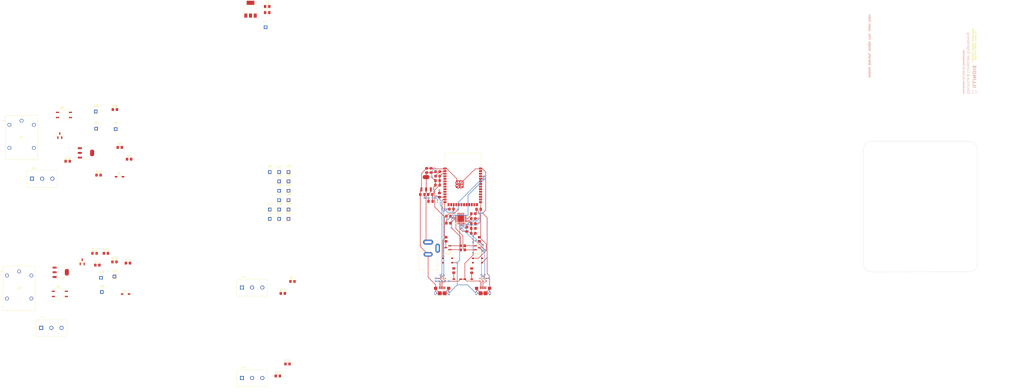
<source format=kicad_pcb>
(kicad_pcb (version 20221018) (generator pcbnew)
  (layers (0 "F.Cu" signal) (31 "B.Cu" signal) (34 "B.Paste" user) (35 "F.Paste" user) (36 "B.SilkS" user "B.Silkscreen") (37 "F.SilkS" user "F.Silkscreen") (38 "B.Mask" user) (39 "F.Mask" user) (44 "Edge.Cuts" user))
  (net 0 "")
  (net 1 "+12V")
  (net 2 "GND")
  (net 3 "+3.3V")
  (net 4 "Net-(C6-Pad1)")
  (net 5 "Net-(C7-Pad1)")
  (net 6 "Net-(U4-VBUS)")
  (net 7 "CHIP_PU")
  (net 8 "IO0")
  (net 9 "USB_DP")
  (net 10 "USB_DN")
  (net 11 "IO20")
  (net 12 "IO19")
  (net 13 "VBUS")
  (net 17 "Net-(U1-IO8)")
  (net 18 "Net-(U1-IO9)")
  (net 19 "Net-(U4-~{RST})")
  (net 20 "Net-(U4-~{SUSPEND})")
  (net 21 "Net-(U4-TXD)")
  (net 22 "U0RXD")
  (net 23 "Net-(U4-RXD)")
  (net 24 "U0TXD")
  (net 25 "DTR")
  (net 26 "Net-(U5-BASE)")
  (net 27 "RTS")
  (net 28 "Net-(U6-BASE)")
  (net 29 "Net-(U5-COLLECTOR)")
  (net 30 "Net-(U6-COLLECTOR)")
  (net 31 "ESP_3V3")
  (net 47 "+5V")
  (net 48 "Net-(D10-K)")
  (net 55 "Net-(D10-A)")
  (net 56 "Net-(D12-K)")
  (net 81 "Net-(D12-A)")
  (net 82 "Net-(J4-Pin_2)")
  (net 83 "Net-(J5-Pin_2)")
  (net 84 "Fan_B")
  (net 85 "COM_Main")
  (net 86 "Fan_A")
  (net 87 "Fan_B_DC")
  (net 88 "COM_Main_DC")
  (net 89 "Fan_A_DC")
  (net 90 "Net-(J9-Pin_1)")
  (net 91 "Net-(J10-Pin_1)")
  (net 92 "Relay_Signal_ACDC")
  (net 93 "Net-(J26-Pin_1)")
  (net 94 "Net-(J27-Pin_1)")
  (net 95 "Net-(J28-Pin_1)")
  (net 96 "Net-(J29-Pin_1)")
  (net 97 "Net-(U7-BASE)")
  (net 98 "Net-(U1-IO35)")
  (net 99 "Net-(U1-IO36)")
  (net 100 "Net-(U10-BASE)")
  (net 103 "Relay_Signal_DCDC")
  (footprint "ECE445:1935174" (layer "F.Cu") (at 16.1 124.85)
    (fp_text reference "J4")
    (fp_text value "Water Level Sensor")
  )
  (footprint "Resistor_SMD:R_0805_2012Metric_Pad1.20x1.40mm_HandSolder" (layer "F.Cu") (at 119.95 89 180)
    (fp_text reference "R7" hide)
    (fp_text value "0" hide)
  )
  (footprint "Connector_PinSocket_2.54mm:PinSocket_1x01_P2.54mm_Vertical" (layer "F.Cu") (at 36.85 86.9)
    (fp_text reference "J19")
    (fp_text value "Conn_01x01")
  )
  (footprint "ECE445:VOM617AT" (layer "F.Cu") (at -70.795 123.73)
    (fp_text reference "U9")
    (fp_text value "VOM617AT")
  )
  (footprint "ECE445:SOT-23_ONS" (layer "F.Cu") (at 119.6348 101.0475 90)
    (fp_text reference "U5" hide)
    (fp_text value "L8050QLT1G" hide)
  )
  (footprint "Capacitor_SMD:C_0805_2012Metric_Pad1.18x1.45mm_HandSolder" (layer "F.Cu") (at 129 92.0375 -90)
    (fp_text reference "C8" hide)
    (fp_text value "10uF" hide)
  )
  (footprint "Resistor_SMD:R_0805_2012Metric_Pad1.20x1.40mm_HandSolder" (layer "F.Cu") (at 132.2 89.15 180)
    (fp_text reference "R6" hide)
    (fp_text value "47500" hide)
  )
  (footprint "Connector_PinSocket_2.54mm:PinSocket_1x01_P2.54mm_Vertical" (layer "F.Cu") (at 41.45 86.9)
    (fp_text reference "J25")
    (fp_text value "Conn_01x01")
  )
  (footprint "ECE445:SOT-23_ONS" (layer "F.Cu") (at 134.1652 101.0475 -90)
    (fp_text reference "U6" hide)
    (fp_text value "L8050QLT1G" hide)
  )
  (footprint "ECE445:1935174" (layer "F.Cu") (at 16.1 169.25)
    (fp_text reference "J5")
    (fp_text value "Water Level Sensor")
  )
  (footprint "ECE445:1N4148W-13-F" (layer "F.Cu") (at -38.52 123.8)
    (fp_text reference "D11")
    (fp_text value "1N4148W-13-F")
  )
  (footprint "ECE445:LDL1117S50R" (layer "F.Cu") (at 22.8 -16.05)
    (fp_text reference "U3" hide)
    (fp_text value "LDL1117S50R" hide)
  )
  (footprint "Resistor_SMD:R_0805_2012Metric_Pad1.20x1.40mm_HandSolder" (layer "F.Cu") (at 114.665 63.71 180)
    (fp_text reference "R13" hide)
    (fp_text value "0" hide)
  )
  (footprint "ECE445:PTS815 SJG 250 SMTR LFS" (layer "F.Cu") (at 134.25 107.325)
    (fp_text reference "S1" hide)
    (fp_text value "PTS815_SJG_250_SMTR_LFS" hide)
  )
  (footprint "Capacitor_SMD:C_0805_2012Metric_Pad1.18x1.45mm_HandSolder" (layer "F.Cu") (at 111.04 74.91)
    (fp_text reference "C1" hide)
    (fp_text value "1uF" hide)
  )
  (footprint "Resistor_SMD:R_0805_2012Metric_Pad1.20x1.40mm_HandSolder" (layer "F.Cu") (at 115.55 75.2 90)
    (fp_text reference "R1" hide)
    (fp_text value "10000" hide)
  )
  (footprint "Resistor_SMD:R_0805_2012Metric_Pad1.20x1.40mm_HandSolder" (layer "F.Cu") (at -36.8 57.6)
    (fp_text reference "R1")
    (fp_text value "10000")
  )
  (footprint "Capacitor_SMD:C_0805_2012Metric_Pad1.18x1.45mm_HandSolder" (layer "F.Cu") (at 114.6275 68.11 180)
    (fp_text reference "C10" hide)
    (fp_text value "1uF" hide)
  )
  (footprint "Capacitor_SMD:C_0805_2012Metric_Pad1.18x1.45mm_HandSolder" (layer "F.Cu") (at 107.2025 74.91 180)
    (fp_text reference "C2" hide)
    (fp_text value "4.7uF" hide)
  )
  (footprint "ECE445:LESD5D5_0CT1G" (layer "F.Cu") (at 138.6 116.76 -90)
    (fp_text reference "D1" hide)
    (fp_text value "LESD5D5.0CT1G" hide)
  )
  (footprint "Connector_PinSocket_2.54mm:PinSocket_1x01_P2.54mm_Vertical" (layer "F.Cu") (at 41.45 68.5)
    (fp_text reference "J21")
    (fp_text value "Conn_01x01")
  )
  (footprint "ECE445:LDL1117S33R-SnapEDA" (layer "F.Cu") (at -57.985 54.5)
    (fp_text reference "U11" hide)
    (fp_text value "LDL1117S33R-SnapEDA")
  )
  (footprint "Resistor_SMD:R_0805_2012Metric_Pad1.20x1.40mm_HandSolder" (layer "F.Cu") (at 40.95 158.1)
    (fp_text reference "R18")
    (fp_text value "200")
  )
  (footprint "Resistor_SMD:R_0805_2012Metric_Pad1.20x1.40mm_HandSolder" (layer "F.Cu") (at 132.2 86.75 180)
    (fp_text reference "R3" hide)
    (fp_text value "1000" hide)
  )
  (footprint "ECE445:PTS815 SJG 250 SMTR LFS" (layer "F.Cu") (at 119.55 107.325)
    (fp_text reference "S2" hide)
    (fp_text value "PTS815_SJG_250_SMTR_LFS" hide)
  )
  (footprint "Connector_PinSocket_2.54mm:PinSocket_1x01_P2.54mm_Vertical" (layer "F.Cu") (at 41.45 63.9)
    (fp_text reference "J20")
    (fp_text value "Conn_01x01")
  )
  (footprint "ECE445:G5LE-1 DC3" (layer "F.Cu") (at -89.600001 55.200001)
    (fp_text reference "K1")
    (fp_text value "G5LE-14 DC3")
  )
  (footprint "ECE445:ESP32-S3-WROOM-1-N8-SnapEDA" (layer "F.Cu") (at 127 67.4)
    (fp_text reference "U1" hide)
    (fp_text value "ESP32-S3-WROOM-1-N8" hide)
  )
  (footprint "Resistor_SMD:R_0805_2012Metric_Pad1.20x1.40mm_HandSolder" (layer "F.Cu") (at 127 100.1)
    (fp_text reference "R10" hide)
    (fp_text value "10000" hide)
  )
  (footprint "Capacitor_SMD:C_0805_2012Metric_Pad1.18x1.45mm_HandSolder" (layer "F.Cu") (at 109.265 63.11 90)
    (fp_text reference "C4" hide)
    (fp_text value "10uF" hide)
  )
  (footprint "Diode_SMD:D_0805_2012Metric_Pad1.15x1.40mm_HandSolder" (layer "F.Cu") (at -66.975 58.6)
    (fp_text reference "D10")
    (fp_text value "LED")
  )
  (footprint "ECE445:PJ-202AH" (layer "F.Cu") (at 110 104.8 -90)
    (fp_text reference "J1" hide)
    (fp_text value "PJ-202AH" hide)
  )
  (footprint "Resistor_SMD:R_0805_2012Metric_Pad1.20x1.40mm_HandSolder" (layer "F.Cu") (at 118.8 96.895 90)
    (fp_text reference "R11" hide)
    (fp_text value "0" hide)
  )
  (footprint "Resistor_SMD:R_0805_2012Metric_Pad1.20x1.40mm_HandSolder" (layer "F.Cu") (at 121.465 82.11 180)
    (fp_text reference "R2" hide)
    (fp_text value "10000" hide)
  )
  (footprint "ECE445:LESD5D5_0CT1G" (layer "F.Cu") (at 118.5 116.76 -90)
    (fp_text reference "D3" hide)
    (fp_text value "LESD5D5.0CT1G" hide)
  )
  (footprint "Connector_PinSocket_2.54mm:PinSocket_1x01_P2.54mm_Vertical" (layer "F.Cu") (at 36.85 73.1)
    (fp_text reference "J16")
    (fp_text value "Conn_01x01")
  )
  (footprint "ECE445:10118193-0001LF" (layer "F.Cu") (at 137 123.4)
    (fp_text reference "J2" hide)
    (fp_text value "10118193-0001LF" hide)
  )
  (footprint "ECE445:LDL1117S33R-SnapEDA" (layer "F.Cu") (at 109 69.4 90)
    (fp_text reference "U2" hide)
    (fp_text value "LDL1117S33R-SnapEDA" hide)
  )
  (footprint "ECE445:LESD5D5_0CT1G" (layer "F.Cu") (at 116.9 116.74 -90)
    (fp_text reference "D4" hide)
    (fp_text value "LESD5D5.0CT1G" hide)
  )
  (footprint "Capacitor_SMD:C_0805_2012Metric_Pad1.18x1.45mm_HandSolder" (layer "F.Cu") (at 114.6275 70.31 180)
    (fp_text reference "C12" hide)
    (fp_text value "0.1uF" hide)
  )
  (footprint "Capacitor_SMD:C_0805_2012Metric_Pad1.18x1.45mm_HandSolder" (layer "F.Cu") (at 111.2 78.3 180)
    (fp_text reference "C3" hide)
    (fp_text value "100nF" hide)
  )
  (footprint "Resistor_SMD:R_0805_2012Metric_Pad1.20x1.40mm_HandSolder" (layer "F.Cu") (at 127 102.1 180)
    (fp_text reference "R9" hide)
    (fp_text value "10000" hide)
  )
  (footprint "Capacitor_SMD:C_0805_2012Metric_Pad1.18x1.45mm_HandSolder" (layer "F.Cu") (at 111.465 63.11 90)
    (fp_text reference "C5" hide)
    (fp_text value "0.1uF" hide)
  )
  (footprint "Resistor_SMD:R_0805_2012Metric_Pad1.20x1.40mm_HandSolder" (layer "F.Cu") (at -51.8 65.4)
    (fp_text reference "R19")
    (fp_text value "1000")
  )
  (footprint "ECE445:1N4148W-13-F" (layer "F.Cu") (at -41.52 66.2)
    (fp_text reference "D9")
    (fp_text value "1N4148W-13-F")
  )
  (footprint "Resistor_SMD:R_0805_2012Metric_Pad1.20x1.40mm_HandSolder" (layer "F.Cu") (at 132.2 94 180)
    (fp_text reference "R5" hide)
    (fp_text value "22100" hide)
  )
  (footprint "Connector_PinSocket_2.54mm:PinSocket_1x01_P2.54mm_Vertical" (layer "F.Cu") (at 36.85 63.9)
    (fp_text reference "J14")
    (fp_text value "Conn_01x01")
  )
  (footprint "Resistor_SMD:R_0805_2012Metric_Pad1.20x1.40mm_HandSolder" (layer "F.Cu") (at 43.4 117.6)
    (fp_text reference "R17")
    (fp_text value "200")
  )
  (footprint "Resistor_SMD:R_0805_2012Metric_Pad1.20x1.40mm_HandSolder" (layer "F.Cu") (at 36.2 164)
    (fp_text reference "R16")
    (fp_text value "100")
  )
  (footprint "Connector_PinSocket_2.54mm:PinSocket_1x01_P2.54mm_Vertical" (layer "F.Cu") (at 32.25 63.9)
    (fp_text reference "J8")
    (fp_text value "GND Test Probe")
  )
  (footprint "Capacitor_SMD:C_0805_2012Metric_Pad1.18x1.45mm_HandSolder" (layer "F.Cu") (at 31 -17.4)
    (fp_text reference "C3")
    (fp_text value "1uF")
  )
  (footprint "Capacitor_SMD:C_0805_2012Metric_Pad1.18x1.45mm_HandSolder" (layer "F.Cu") (at 31 -14.39)
    (fp_text reference "C13")
    (fp_text value "4.7uF")
  )
  (footprint "Connector_PinSocket_2.54mm:PinSocket_1x01_P2.54mm_Vertical" (layer "F.Cu") (at 41.45 73.1)
    (fp_text reference "J22")
    (fp_text value "Conn_01x01")
  )
  (footprint "MountingHole:MountingHole_3.2mm_M3" (layer "F.Cu") (at 375.9 109.1)
    (fp_text reference "H4" hide)
    (fp_text value "MountingHole" hide)
  )
  (footprint "Connector_PinSocket_2.54mm:PinSocket_1x01_P2.54mm_Vertical" (layer "F.Cu") (at -50.6 115.8)
    (fp_text reference "J29")
    (fp_text value "Conn_01x01")
  )
  (footprint "ECE445:VOM617AT" (layer "F.Cu") (at -68.795 35.87)
    (fp_text reference "U8")
    (fp_text value "VOM617AT")
  )
  (footprint "ECE445:CP2102N-A02-GQFN28" (layer "F.Cu") (at 126 86.75 90)
    (fp_text reference "U4" hide)
    (fp_text value "CP2102N-A02-GQFN28" hide)
  )
  (footprint "ECE445:10118193-0001LF" (layer "F.Cu") (at 116.9 123.4)
    (fp_text reference "J3" hide)
    (fp_text value "10118193-0001LF" hide)
  )
  (footprint "ECE445:MMBT2222LT1G" (layer "F.Cu") (at -59.8475 107.984)
    (fp_text reference "U10" hide)
    (fp_text value "MMBT2222LT1G")
  )
  (footprint "Connector_PinSocket_2.54mm:PinSocket_1x01_P2.54mm_Vertical" (layer "F.Cu") (at 36.85 77.7)
    (fp_text reference "J17")
    (fp_text value "Conn_01x01")
  )
  (footprint "ECE445:LESD5D5_0CT1G" (layer "F.Cu") (at 135.4 116.76 -90)
    (fp_text reference "D7" hide)
    (fp_text value "LESD5D5.0CT1G" hide)
  )
  (footprint "Connector_PinSocket_2.54mm:PinSocket_1x01_P2.54mm_Vertical" (layer "F.Cu") (at 30.2 -7.2)
    (fp_text reference "J11")
    (fp_text value "Conn_01x01")
  )
  (footprint "ECE445:MMBT2222LT1G" (layer "F.Cu") (at -70.8475 45.984)
    (fp_text reference "U7" hide)
    (fp_text value "MMBT2222LT1G")
  )
  (footprint "Diode_SMD:D_0805_2012Metric_Pad1.15x1.40mm_HandSolder" (layer "F.Cu") (at -53.775 103.8)
    (fp_text reference "D12")
    (fp_text value "LED")
  )
  (footprint "Connector_PinSocket_2.54mm:PinSocket_1x01_P2.54mm_Vertical" (layer "F.Cu") (at -53.2 34.2)
    (fp_text reference "J28")
    (fp_text value "Conn_01x01")
  )
  (footprint "ECE445:LESD5D5_0CT1G" (layer "F.Cu") (at 137 116.76 -90)
    (fp_text reference "D2" hide)
    (fp_text value "LESD5D5.0CT1G" hide)
  )
  (footprint "Resistor_SMD:R_0805_2012Metric_Pad1.20x1.40mm_HandSolder" (layer "F.Cu") (at -44 108)
    (fp_text reference "R22")
    (fp_text value "1000")
  )
  (footprint "Resistor_SMD:R_0805_2012Metric_Pad1.20x1.40mm_HandSolder" (layer "F.Cu") (at 135.1652 96.876 90)
    (fp_text reference "R12" hide)
    (fp_text value "0" hide)
  )
  (footprint "Connector_PinSocket_2.54mm:PinSocket_1x01_P2.54mm_Vertical" (layer "F.Cu") (at 41.45 82.3)
    (fp_text reference "J24")
    (fp_text value "Conn_01x01")
  )
  (footprint "ECE445:1N5819HW-7-F" (layer "F.Cu") (at 129.72 116.5 180)
    (fp_text reference "D6" hide)
    (fp_text value "1N5819HW-7-F" hide)
  )
  (footprint "ECE445:LDL1117S33R-SnapEDA" (layer "F.Cu") (at -70.385 113.1)
    (fp_text reference "U12" hide)
    (fp_text value "LDL1117S33R-SnapEDA")
  )
  (footprint "Resistor_SMD:R_0805_2012Metric_Pad1.20x1.40mm_HandSolder" (layer "F.Cu") (at 38.65 123.5)
    (fp_text reference "R15")
    (fp_text value "100")
  )
  (footprint "Connector_PinSocket_2.54mm:PinSocket_1x01_P2.54mm_Vertical" (layer "F.Cu") (at -53 42.6)
    (fp_text reference "J27")
    (fp_text value "Conn_01x01")
  )
  (footprint "Resistor_SMD:R_0805_2012Metric_Pad1.20x1.40mm_HandSolder" (layer "F.Cu") (at -37.4 108.6)
    (fp_text reference "R24")
    (fp_text value "1000")
  )
  (footprint "Capacitor_SMD:C_0805_2012Metric_Pad1.18x1.45mm_HandSolder" (layer "F.Cu") (at 132.2 91.55)
    (fp_text reference "C9" hide)
    (fp_text value "1uF" hide)
  )
  (footprint "Resistor_SMD:R_0805_2012Metric_Pad1.20x1.40mm_HandSolder" (layer "F.Cu") (at 119.95 85.6 180)
    (fp_text reference "R8" hide)
    (fp_text value "0" hide)
  )
  (footprint "Resistor_SMD:R_0805_2012Metric_Pad1.20x1.40mm_HandSolder" (layer "F.Cu") (at -48.2 103.8)
    (fp_text reference "R23")
    (fp_text value "10000")
  )
  (footprint "ECE445:1935174" (layer "F.Cu") (at -87 71.4)
    (fp_text reference "J6")
    (fp_text value "1935174")
  )
  (footprint "ECE445:LESD5D5_0CT1G" (layer "F.Cu") (at 115.3 116.74 -90)
    (fp_text reference "D8" hide)
    (fp_text value "LESD5D5.0CT1G" hide)
  )
  (footprint "Connector_PinSocket_2.54mm:PinSocket_1x01_P2.54mm_Vertical" (layer "F.Cu") (at 32.25 86.9)
    (fp_text reference "J13")
    (fp_text value "Conn_01x01")
  )
  (footprint "ECE445:1935174" (layer "F.Cu") (at -82.5 144.65)
    (fp_text reference "J7")
    (fp_text value "1935174")
  )
  (footprint "Connector_PinSocket_2.54mm:PinSocket_1x01_P2.54mm_Vertical" (layer "F.Cu") (at -43.4 42.8)
    (fp_text reference "J9")
    (fp_text value "Conn_01x01")
  )
  (footprint "Capacitor_SMD:C_0805_2012Metric_Pad1.18x1.45mm_HandSolder" (layer "F.Cu") (at 122.6 112.2625 90)
    (fp_text reference "C7" hide)
    (fp_text value "10uF" hide)
  )
  (footprint "ECE445:1N5819HW-7-F" (layer "F.Cu") (at 124.28 116.5)
    (fp_text reference "D5" hide)
    (fp_text value "1N5819HW-7-F" hide)
  )
  (footprint "ECE445:G5LE-1 DC3" (layer "F.Cu") (at -90.8 129.2)
    (fp_text reference "K2")
    (fp_text value "G5LE-14 DC3")
  )
  (footprint "Resistor_SMD:R_0805_2012Metric_Pad1.20x1.40mm_HandSolder" (layer "F.Cu") (at -41.4 51.8)
    (fp_text reference "R2")
    (fp_text value "1000")
  )
  (footprint "Capacitor_SMD:C_0805_2012Metric_Pad1.18x1.45mm_HandSolder" (layer "F.Cu") (at 134.7775 82.16 180)
    (fp_text reference "C11" hide)
    (fp_text value "0.1uF" hide)
  )
  (footprint "Resistor_SMD:R_0805_2012Metric_Pad1.20x1.40mm_HandSolder" (layer "F.Cu") (at -52.4 109.6)
    (fp_text reference "R21")
    (fp_text value "0")
  )
  (footprint "Connector_PinSocket_2.54mm:PinSocket_1x01_P2.54mm_Vertical" (layer "F.Cu") (at 36.85 82.3)
    (fp_text reference "J18")
    (fp_text value "Conn_01x01")
  )
  (footprint "MountingHole:MountingHole_3.2mm_M3" (layer "F.Cu") (at 327.5 109.1)
    (fp_text reference "H2" hide)
    (fp_text value "MountingHole" hide)
  )
  (footprint "MountingHole:MountingHole_3.2mm_M3" (layer "F.Cu") (at 327.6 52.5)
    (fp_text reference "H1" hide)
    (fp_text value "MountingHole" hide)
  )
  (footprint "Connector_PinSocket_2.54mm:PinSocket_1x01_P2.54mm_Vertical" (layer "F.Cu") (at -50.2 122.8)
    (fp_text reference "J26")
    (fp_text value "Conn_01x01")
  )
  (footprint "Connector_PinSocket_2.54mm:PinSocket_1x01_P2.54mm_Vertical" (layer "F.Cu") (at 36.85 68.5)
    (fp_text reference "J15")
    (fp_text value "Conn_01x01")
  )
  (footprint "Connector_PinSocket_2.54mm:PinSocket_1x01_P2.54mm_Vertical" (layer "F.Cu") (at -44 115.2)
    (fp_text reference "J10")
    (fp_text value "Conn_01x01")
  )
  (footprint "Resistor_SMD:R_0805_2012Metric_Pad1.20x1.40mm_HandSolder" (layer "F.Cu") (at -43.8 33.2)
    (fp_text reference "R20")
    (fp_text value "0")
  )
  (footprint "Connector_PinSocket_2.54mm:PinSocket_1x01_P2.54mm_Vertical" (layer "F.Cu") (at 41.45 77.7)
    (fp_text reference "J23")
    (fp_text value "Conn_01x01")
  )
  (footprint "Connector_PinSocket_2.54mm:PinSocket_1x01_P2.54mm_Vertical" (layer "F.Cu") (at 32.25 82.3)
    (fp_text reference "J12")
    (fp_text value "Conn_01x01")
  )
  (footprint "MountingHole:MountingHole_3.2mm_M3" (layer "F.Cu") (at 375.681128 52.6)
    (fp_text reference "H3" hide)
    (fp_text value "MountingHole" hide)
  )
  (footprint "Resistor_SMD:R_0805_2012Metric_Pad1.20x1.40mm_HandSolder" (layer "F.Cu") (at 132.2 84.35 180)
    (fp_text reference "R4" hide)
    (fp_text value "10000" hide)
  )
  (footprint "Resistor_SMD:R_0805_2012Metric_Pad1.20x1.40mm_HandSolder" (layer "F.Cu") (at 114.665 65.91)
    (fp_text reference "R14" hide)
    (fp_text value "10000" hide)
  )
  (footprint "Capacitor_SMD:C_0805_2012Metric_Pad1.18x1.45mm_HandSolder" (layer "F.Cu") (at 131.4 112.3 90)
    (fp_text reference "C6" hide)
    (fp_text value "10uF" hide)
  )
  (footprint "ECE445:SHT45-AD1B-R3" (layer "B.Cu") (at 115.3 78.3 180)
    (fp_text reference "U3" hide)
    (fp_text value "SHT45-AD1B-R3" hide)
  )
  (footprint "ECE445:IllinoisECENegative31mm" (layer "B.Cu") (at 376 10.4 90)
    (fp_text reference "" hide)
    (fp_text value "LOGO" hide)
  )
  (gr_arc (start 327.731128 112.971128) (mid 324.880672 111.790448) (end 323.7 108.94) (stroke (width 0.1)) (layer "Edge.Cuts"))
  (gr_arc (start 323.7 52.771128) (mid 324.880682 49.920682) (end 327.731128 48.74) (stroke (width 0.1)) (layer "Edge.Cuts"))
  (gr_arc (start 375.531128 48.771128) (mid 378.381563 49.951825) (end 379.562256 52.802256) (stroke (width 0.1)) (layer "Edge.Cuts"))
  (gr_line (start 323.7 52.771128) (end 323.7 108.94) (stroke (width 0.1)) (layer "Edge.Cuts"))
  (gr_arc (start 379.662256 108.877744) (mid 378.481552 111.728163) (end 375.631128 112.908872) (stroke (width 0.1)) (layer "Edge.Cuts"))
  (gr_line (start 375.531128 48.771128) (end 327.731128 48.74) (stroke (width 0.1)) (layer "Edge.Cuts"))
  (gr_line (start 379.662256 108.877744) (end 379.562256 52.802256) (stroke (width 0.1)) (layer "Edge.Cuts"))
  (gr_line (start 327.731128 112.971128) (end 375.631128 112.908872) (stroke (width 0.1)) (layer "Edge.Cuts"))
  (gr_text "Andrew Sherwin, Woojin Kim, Jalen Chen" (at 326.2 17.6 270) (layer "B.SilkS") (effects (font (size 1 1) (thickness 0.25) bold) (justify left bottom mirror)))
  (gr_text "Humidity Sensor Subsystem\n  ECE445-SP24 Team 11" (at 379.2 10.2 90) (layer "F.SilkS") (effects (font (size 0.8 0.8) (thickness 0.2) bold) (justify left bottom)))
  (gr_text "BOOT" (at 132.4 104.6) (layer "F.SilkS") (effects (font (size 1 1)) (justify left bottom)))
  (gr_text "RESET" (at 117.4 104.6) (layer "F.SilkS") (effects (font (size 1 1)) (justify left bottom)))
  (segment (start 111.365 73.5475) (end 110.0025 74.91) (width 0.25) (layer "F.Cu") (net 1))
  (segment (start 111.365 72.54) (end 111.365 73.5475) (width 0.25) (layer "F.Cu") (net 1))
  (segment (start 110.0025 74.91) (end 108.975 75.9375) (width 0.25) (layer "F.Cu") (net 1))
  (segment (start 108.975 75.9375) (end 108.975 97.275) (width 0.25) (layer "F.Cu") (net 1))
  (segment (start 108.975 97.275) (end 110 98.3) (width 0.25) (layer "F.Cu") (net 1))
  (segment (start 138.275 82.625) (end 136.8 84.1) (width 0.25) (layer "F.Cu") (net 2))
  (segment (start 138.975 105.925) (end 138.975 86.275) (width 0.25) (layer "F.Cu") (net 2))
  (segment (start 112.2 76.6) (end 112.2 75.0325) (width 0.25) (layer "F.Cu") (net 2))
  (segment (start 120.1 121.4) (end 118.1 123.4) (width 0.25) (layer "F.Cu") (net 2))
  (segment (start 125.415 70.06) (end 126.815 71.46) (width 0.25) (layer "F.Cu") (net 2))
  (segment (start 125.897537 71.885) (end 126.332463 71.885) (width 0.25) (layer "F.Cu") (net 2))
  (segment (start 113.59 70.31) (end 112.8 71.1) (width 0.25) (layer "F.Cu") (net 2))
  (segment (start 125.5 91.525305) (end 125.5 90.6) (width 0.25) (layer "F.Cu") (net 2))
  (segment (start 109.265 62.0725) (end 111.465 62.0725) (width 0.25) (layer "F.Cu") (net 2))
  (segment (start 106.765 64.5725) (end 106.765 72.54) (width 0.25) (layer "F.Cu") (net 2))
  (segment (start 113.7 119.25) (end 113.7 120.95) (width 0.25) (layer "F.Cu") (net 2))
  (segment (start 123.49 69.477463) (end 123.972537 69.96) (width 0.25) (layer "F.Cu") (net 2))
  (segment (start 118.1 123.4) (end 120.2 123.4) (width 0.25) (layer "F.Cu") (net 2))
  (segment (start 113.7 120.95) (end 113.7 123.3) (width 0.25) (layer "F.Cu") (net 2))
  (segment (start 134.8 83.22) (end 133.74 82.16) (width 0.25) (layer "F.Cu") (net 2))
  (segment (start 125.415 71.46) (end 125.415 70.06) (width 0.25) (layer "F.Cu") (net 2))
  (segment (start 118.165 62.34) (end 113.44 62.34) (width 0.25) (layer "F.Cu") (net 2))
  (segment (start 126.297463 68) (end 126.815 68.517537) (width 0.25) (layer "F.Cu") (net 2))
  (segment (start 124.015 67.09) (end 124.015 68.56) (width 0.25) (layer "F.Cu") (net 2))
  (segment (start 127.34 70.442537) (end 126.857463 69.96) (width 0.25) (layer "F.Cu") (net 2))
  (segment (start 112.8 71.1) (end 112.8 74.1875) (width 0.25) (layer "F.Cu") (net 2))
  (segment (start 124.015 70.06) (end 125.415 70.06) (width 0.25) (layer "F.Cu") (net 2))
  (segment (start 133.7 123.4) (end 135.8 123.4) (width 0.25) (layer "F.Cu") (net 2))
  (segment (start 129 93.075) (end 127.049695 93.075) (width 0.25) (layer "F.Cu") (net 2))
  (segment (start 124.015 68.56) (end 124.015 68.517537) (width 0.25) (layer "F.Cu") (net 2))
  (segment (start 125.415 71.36) (end 125.415 71.402463) (width 0.25) (layer "F.Cu") (net 2))
  (segment (start 119.165 62.24) (end 124.015 67.09) (width 0.25) (layer "F.Cu") (net 2))
  (segment (start 140.2 121.4) (end 138.2 123.4) (width 0.25) (layer "F.Cu") (net 2))
  (segment (start 140 114.8) (end 140 116.1) (width 0.25) (layer "F.Cu") (net 2))
  (segment (start 124.015 68.56) (end 123.972537 68.56) (width 0.25) (layer "F.Cu") (net 2))
  (segment (start 138.975 86.275) (end 136.8 84.1) (width 0.25) (layer "F.Cu") (net 2))
  (segment (start 113.7 116.1) (end 115.28 116.1) (width 0.25) (layer "F.Cu") (net 2))
  (segment (start 126.332463 71.885) (end 126.815 71.402463) (width 0.25) (layer "F.Cu") (net 2))
  (segment (start 133.8 120.95) (end 133.8 121.4) (width 0.25) (layer "F.Cu") (net 2))
  (segment (start 125.5 87.25) (end 126 86.75) (width 0.25) (layer "F.Cu") (net 2))
  (segment (start 125.415 68.517537) (end 125.932537 68) (width 0.25) (layer "F.Cu") (net 2))
  (segment (start 113.59 70.31) (end 113.59 68.11) (width 0.25) (layer "F.Cu") (net 2))
  (segment (start 123.49 70.442537) (end 123.49 70.877463) (width 0.25) (layer "F.Cu") (net 2))
  (segment (start 134.65 89.15) (end 134.8 89) (width 0.25) (layer "F.Cu") (net 2))
  (segment (start 125.415 68.66) (end 125.415 70.06) (width 0.25) (layer "F.Cu") (net 2))
  (segment (start 124.015 71.36) (end 124.015 71.402463) (width 0.25) (layer "F.Cu") (net 2))
  (segment (start 127.049695 93.075) (end 125.5 91.525305) (width 0.25) (layer "F.Cu") (net 2))
  (segment (start 126.815 70.06) (end 125.415 70.06) (width 0.25) (layer "F.Cu") (net 2))
  (segment (start 124.015 69.96) (end 123.972537 69.96) (width 0.25) (layer "F.Cu") (net 2))
  (segment (start 110 115.55) (end 113.7 119.25) (width 0.25) (layer "F.Cu") (net 2))
  (segment (start 133.74 83.81) (end 133.2 84.35) (width 0.25) (layer "F.Cu") (net 2))
  (segment (start 124.497537 71.885) (end 124.932463 71.885) (width 0.25) (layer "F.Cu") (net 2))
  (segment (start 125.415 71.402463) (end 125.897537 71.885) (width 0.25) (layer "F.Cu") (net 2))
  (segment (start 111.4925 62.1) (end 111.465 62.0725) (width 0.25) (layer "F.Cu") (net 2))
  (segment (start 125.415 70.06) (end 124.015 68.66) (width 0.25) (layer "F.Cu") (net 2))
  (segment (start 126.815 69.96) (end 126.857463 69.96) (width 0.25) (layer "F.Cu") (net 2))
  (segment (start 124.015 71.402463) (end 124.497537 71.885) (width 0.25) (layer "F.Cu") (net 2))
  (segment (start 123.972537 69.96) (end 123.49 70.442537) (width 0.25) (layer "F.Cu") (net 2))
  (segment (start 115.7 123.4) (end 118.1 123.4) (width 0.25) (layer "F.Cu") (net 2))
  (segment (start 135.665 62.34) (end 136.665 62.34) (width 0.25) (layer "F.Cu") (net 2))
  (segment (start 124.3 108.4) (end 121.8 108.4) (width 0.25) (layer "F.Cu") (net 2))
  (segment (start 133.8 121.4) (end 135.8 123.4) (width 0.25) (layer "F.Cu") (net 2))
  (segment (start 106.165 100.465) (end 110 104.3) (width 0.25) (layer "F.Cu") (net 2))
  (segment (start 112.2375 76.6375) (end 112.2 76.6) (width 0.25) (layer "F.Cu") (net 2))
  (segment (start 118.165 62.24) (end 119.165 62.24) (width 0.25) (layer "F.Cu") (net 2))
  (segment (start 106.165 74.91) (end 106.165 100.465) (width 0.25) (layer "F.Cu") (net 2))
  (segment (start 136.665 62.34) (end 138.275 63.95) (width 0.25) (layer "F.Cu") (net 2))
  (segment (start 125.5 89.11) (end 125.5 87.25) (width 0.25) (layer "F.Cu") (net 2))
  (segment (start 140.2 116.3) (end 140.2 120.95) (width 0.25) (layer "F.Cu") (net 2))
  (segment (start 127.34 69.477463) (end 127.34 69.042537) (width 0.25) (layer "F.Cu") (net 2))
  (segment (start 123.972537 68.56) (end 123.49 69.042537) (width 0.25) (layer "F.Cu") (net 2))
  (segment (start 113.6 123.4) (end 115.7 123.4) (width 0.25) (layer "F.Cu") (net 2))
  (segment (start 112.8 74.1875) (end 112.0775 74.91) (width 0.25) (layer "F.Cu") (net 2))
  (segment (start 135.8 123.4) (end 138.2 123.4) (width 0.25) (layer "F.Cu") (net 2))
  (segment (start 133.135 62.34) (end 126.815 68.66) (width 0.25) (layer "F.Cu") (net 2))
  (segment (start 138.2 123.4) (end 140.3 123.4) (width 0.25) (layer "F.Cu") (net 2))
  (segment (start 135.665 62.34) (end 133.135 62.34) (width 0.25) (layer "F.Cu") (net 2))
  (segment (start 124.932463 71.885) (end 125.415 71.402463) (width 0.25) (layer "F.Cu") (net 2))
  (segment (start 138.6 116.1) (end 140 116.1) (width 0.25) (layer "F.Cu") (net 2))
  (segment (start 127.34 69.042537) (end 126.857463 68.56) (width 0.25) (layer "F.Cu") (net 2))
  (segment (start 109.265 62.0725) (end 106.765 64.5725) (width 0.25) (layer "F.Cu") (net 2))
  (segment (start 127.34 70.877463) (end 127.34 70.442537) (width 0.25) (layer "F.Cu") (net 2))
  (segment (start 112.2 75.0325) (end 112.0775 74.91) (width 0.25) (layer "F.Cu") (net 2))
  (segment (start 120.1 120.95) (end 120.1 123.3) (width 0.25) (layer "F.Cu") (net 2))
  (segment (start 133.2 89.15) (end 134.65 89.15) (width 0.25) (layer "F.Cu") (net 2))
  (segment (start 123.49 69.042537) (end 123.49 69.477463) (width 0.25) (layer "F.Cu") (net 2))
  (segment (start 126.857463 71.36) (end 127.34 70.877463) (width 0.25) (layer "F.Cu") (net 2))
  (segment (start 123.49 70.877463) (end 123.972537 71.36) (width 0.25) (layer "F.Cu") (net 2))
  (segment (start 138.975 113.775) (end 140 114.8) (width 0.25) (layer "F.Cu") (net 2))
  (segment (start 120.1 120.95) (end 120.1 121.4) (width 0.25) (layer "F.Cu") (net 2))
  (segment (start 126.815 71.402463) (end 126.815 71.36) (width 0.25) (layer "F.Cu") (net 2))
  (segment (start 113.59 68.11) (end 113.51 68.11) (width 0.25) (layer "F.Cu") (net 2))
  (segment (start 124.015 71.46) (end 125.415 70.06) (width 0.25) (layer "F.Cu") (net 2))
  (segment (start 133.8 120.95) (end 133.8 123.3) (width 0.25) (layer "F.Cu") (net 2))
  (segment (start 134.8 84) (end 134.8 83.22) (width 0.25) (layer "F.Cu") (net 2))
  (segment (start 110 104.3) (end 110 115.55) (width 0.25) (layer "F.Cu") (net 2))
  (segment (start 124.932463 68.035) (end 125.415 68.517537) (width 0.25) (layer "F.Cu") (net 2))
  (segment (start 136.5 108.4) (end 138.975 105.925) (width 0.25) (layer "F.Cu") (net 2))
  (segment (start 126.857463 69.96) (end 127.34 69.477463) (width 0.25) (layer "F.Cu") (net 2))
  (segment (start 106.165 74.91) (end 106.165 73.14) (width 0.25) (layer "F.Cu") (net 2))
  (segment (start 125.415 68.56) (end 125.415 68.517537) (width 0.25) (layer "F.Cu") (net 2))
  (segment (start 125.5 90.6) (end 125.5 89.11) (width 0.25) (layer "F.Cu") (net 2))
  (segment (start 126.815 68.517537) (end 126.815 68.56) (width 0.25) (layer "F.Cu") (net 2))
  (segment (start 126.857463 68.56) (end 126.815 68.56) (width 0.25) (layer "F.Cu") (net 2))
  (segment (start 125.932537 68) (end 126.297463 68) (width 0.25) (layer "F.Cu") (net 2))
  (segment (start 138.275 63.95) (end 138.275 82.625) (width 0.25) (layer "F.Cu") (net 2))
  (segment (start 113.7 121.4) (end 115.7 123.4) (width 0.25) (layer "F.Cu") (net 2))
  (segment (start 140.2 120.95) (end 140.2 121.4) (width 0.25) (layer "F.Cu") (net 2))
  (segment (start 124.497537 68.035) (end 124.932463 68.035) (width 0.25) (layer "F.Cu") (net 2))
  (segment (start 140 116.1) (end 140.2 116.3) (width 0.25) (layer "F.Cu") (net 2))
  (segment (start 124.015 68.517537) (end 124.497537 68.035) (width 0.25) (layer "F.Cu") (net 2))
  (segment (start 113.7 120.95) (end 113.7 121.4) (width 0.25) (layer "F.Cu") (net 2))
  (segment (start 126.815 68.66) (end 125.415 70.06) (width 0.25) (layer "F.Cu") (net 2))
  (segment (start 140.2 120.95) (end 140.2 123.3) (width 0.25) (layer "F.Cu") (net 2))
  (segment (start 123.972537 71.36) (end 124.015 71.36) (width 0.25) (layer "F.Cu") (net 2))
  (segment (start 113.44 62.34) (end 113.2 62.1) (width 0.25) (layer "F.Cu") (net 2))
  (segment (start 112.2375 78.3) (end 112.2375 76.6375) (width 0.25) (layer "F.Cu") (net 2))
  (segment (start 126.815 71.36) (end 126.857463 71.36) (width 0.25) (layer "F.Cu") (net 2))
  (segment (start 133.74 82.16) (end 133.74 83.81) (width 0.25) (layer "F.Cu") (net 2))
  (segment (start 106.165 73.14) (end 106.765 72.54) (width 0.25) (layer "F.Cu") (net 2))
  (segment (start 138.975 105.925) (end 138.975 113.775) (width 0.25) (layer "F.Cu") (net 2))
  (segment (start 113.51 68.11) (end 111.8 66.4) (width 0.25) (layer "F.Cu") (net 2))
  (segment (start 113.2 62.1) (end 111.4925 62.1) (width 0.25) (layer "F.Cu") (net 2))
  (via (at 134.8 89) (size 0.8) (drill 0.4) (layers "F.Cu" "B.Cu") (net 2))
  (via (at 140 116.1) (size 0.8) (drill 0.4) (layers "F.Cu" "B.Cu") (net 2))
  (via (at 113.7 116.1) (size 0.8) (drill 0.4) (layers "F.Cu" "B.Cu") (net 2))
  (via (at 112.2 76.6) (size 0.8) (drill 0.4) (layers "F.Cu" "B.Cu") (net 2))
  (via (at 113.2 62.1) (size 0.8) (drill 0.4) (layers "F.Cu" "B.Cu") (net 2))
  (via (at 124.3 108.4) (size 0.8) (drill 0.4) (layers "F.Cu" "B.Cu") (net 2))
  (via (at 116.9 115.1) (size 0.8) (drill 0.4) (layers "F.Cu" "B.Cu") (net 2))
  (via (at 111.8 66.4) (size 0.8) (drill 0.4) (layers "F.Cu" "B.Cu") (net 2))
  (via (at 137 115.1) (size 0.8) (drill 0.4) (layers "F.Cu" "B.Cu") (net 2))
  (via (at 134.8 84) (size 0.8) (drill 0.4) (layers "F.Cu" "B.Cu") (net 2))
  (via (at 136.8 84.1) (size 0.8) (drill 0.4) (layers "F.Cu" "B.Cu") (net 2))
  (via (at 125.5 90.6) (size 0.8) (drill 0.4) (layers "F.Cu" "B.Cu") (net 2))
  (segment (start 116.9 115.1) (end 115.9 116.1) (width 0.25) (layer "B.Cu") (net 2))
  (segment (start 115.9 116.1) (end 113.7 116.1) (width 0.25) (layer "B.Cu") (net 2))
  (segment (start 111.8 63.5) (end 113.2 62.1) (width 0.25) (layer "B.Cu") (net 2))
  (segment (start 126.225 89.875) (end 125.5 90.6) (width 0.25) (layer "B.Cu") (net 2))
  (segment (start 138 116.1) (end 137 115.1) (width 0.25) (layer "B.Cu") (net 2))
  (segment (start 134.8 89) (end 133.875 89.925) (width 0.25) (layer "B.Cu") (net 2))
  (segment (start 114.6 77.9) (end 114.6 77.4) (width 0.25) (layer "B.Cu") (net 2))
  (segment (start 133.875 89.925) (end 127.650305 89.925) (width 0.25) (layer "B.Cu") (net 2))
  (segment (start 114.6 77.4) (end 114 76.8) (width 0.25) (layer "B.Cu") (net 2))
  (segment (start 113.8 76.6) (end 112.2 76.6) (width 0.25) (layer "B.Cu") (net 2))
  (segment (start 136.8 84.1) (end 134.9 84.1) (width 0.25) (layer "B.Cu") (net 2))
  (segment (start 134.8 89) (end 135.425 88.375) (width 0.25) (layer "B.Cu") (net 2))
  (segment (start 124.3 119.3) (end 124.3 108.4) (width 0.25) (layer "B.Cu") (net 2))
  (segment (start 135.425 84.625) (end 134.8 84) (width 0.25) (layer "B.Cu") (net 2))
  (segment (start 134.9 84.1) (end 134.8 84) (width 0.25) (layer "B.Cu") (net 2))
  (segment (start 125.5 90.6) (end 125.5 107.2) (width 0.25) (layer "B.Cu") (net 2))
  (segment (start 140 116.1) (end 138 116.1) (width 0.25) (layer "B.Cu") (net 2))
  (segment (start 135.425 88.375) (end 135.425 84.625) (width 0.25) (layer "B.Cu") (net 2))
  (segment (start 133.7 123.4) (end 133.5 123.4) (width 0.25) (layer "B.Cu") (net 2))
  (segment (start 125.5 107.2) (end 124.3 108.4) (width 0.25) (layer "B.Cu") (net 2))
  (segment (start 129.4 119.3) (end 124.3 119.3) (width 0.25) (layer "B.Cu") (net 2))
  (segment (start 114 76.8) (end 113.8 76.6) (width 0.25) (layer "B.Cu") (net 2))
  (segment (start 124.3 119.3) (end 120.2 123.4) (width 0.25) (layer "B.Cu") (net 2))
  (segment (start 127.650305 89.925) (end 127.600305 89.875) (width 0.25) (layer "B.Cu") (net 2))
  (segment (start 127.600305 89.875) (end 126.225 89.875) (width 0.25) (layer "B.Cu") (net 2))
  (segment (start 111.8 66.4) (end 111.8 63.5) (width 0.25) (layer "B.Cu") (net 2))
  (segment (start 133.5 123.4) (end 129.4 119.3) (width 0.25) (layer "B.Cu") (net 2))
  (segment (start 108.25 74.92) (end 108.24 74.91) (width 0.25) (layer "F.Cu") (net 3))
  (segment (start 108.25 76.65) (end 108.25 74.92) (width 0.25) (layer "F.Cu") (net 3))
  (segment (start 109.065 64.3475) (end 109.265 64.1475) (width 0.25) (layer "F.Cu") (net 3))
  (segment (start 115.55 72.75) (end 115.55 74.2) (width 0.25) (layer "F.Cu") (net 3))
  (segment (start 120.465 82.11) (end 119.01 82.11) (width 0.25) (layer "F.Cu") (net 3))
  (segment (start 128.21 89.11) (end 129 89.9) (width 0.25) (layer "F.Cu") (net 3))
  (segment (start 109.065 66.51) (end 109.065 64.3475) (width 0.25) (layer "F.Cu") (net 3))
  (segment (start 109.065 72.54) (end 109.065 74.085) (width 0.25) (layer "F.Cu") (net 3))
  (segment (start 110.1625 78.3) (end 110.1625 76.6375) (width 0.25) (layer "F.Cu") (net 3))
  (segment (start 111.465 64.1475) (end 113.2275 64.1475) (width 0.25) (layer "F.Cu") (net 3))
  (segment (start 133.2 86.75) (end 134.65 86.75) (width 0.25) (layer "F.Cu") (net 3))
  (segment (start 129 91) (end 129 89.9) (width 0.25) (layer "F.Cu") (net 3))
  (segment (start 127 89.11) (end 127.5 89.11) (width 0.25) (layer "F.Cu") (net 3))
  (segment (start 109.065 74.085) (end 108.24 74.91) (width 0.25) (layer "F.Cu") (net 3))
  (segment (start 109.065 66.51) (end 109.065 72.54) (width 0.25) (layer "F.Cu") (net 3))
  (segment (start 127.5 89.11) (end 128.21 89.11) (width 0.25) (layer "F.Cu") (net 3))
  (segment (start 109.265 64.1475) (end 111.465 64.1475) (width 0.25) (layer "F.Cu") (net 3))
  (segment (start 113.2275 64.1475) (end 113.665 63.71) (width 0.25) (layer "F.Cu") (net 3))
  (segment (start 108.24 74.91) (end 107.94 74.91) (width 0.25) (layer "F.Cu") (net 3))
  (segment (start 129 89.9) (end 129.7 89.2) (width 0.25) (layer "F.Cu") (net 3))
  (via (at 115.55 72.75) (size 0.8) (drill 0.4) (layers "F.Cu" "B.Cu") (net 3))
  (via (at 134.7 86.7) (size 0.8) (drill 0.4) (layers "F.Cu" "B.Cu") (net 3))
  (via (at 108.25 76.65) (size 0.8) (drill 0.4) (layers "F.Cu" "B.Cu") (net 3))
  (via (at 129.7 89.2) (size 0.8) (drill 0.4) (layers "F.Cu" "B.Cu") (net 3))
  (via (at 119 82.1) (size 0.8) (drill 0.4) (layers "F.Cu" "B.Cu") (net 3))
  (via (at 110.2 76.6) (size 0.8) (drill 0.4) (layers "F.Cu" "B.Cu") (net 3))
  (segment (start 131 87.9) (end 129.7 89.2) (width 0.25) (layer "B.Cu") (net 3))
  (segment (start 134 87.9) (end 131 87.9) (width 0.25) (layer "B.Cu") (net 3))
  (segment (start 134.7 86.7) (end 134.7 87.2) (width 0.25) (layer "B.Cu") (net 3))
  (segment (start 134.7 87.2) (end 134 87.9) (width 0.25) (layer "B.Cu") (net 3))
  (segment (start 108.25 76.65) (end 110.15 76.65) (width 0.25) (layer "B.Cu") (net 3))
  (segment (start 110.15 76.65) (end 110.2 76.6) (width 0.25) (layer "B.Cu") (net 3))
  (segment (start 131.4 116.5) (end 131.4 113.3375) (width 0.25) (layer "F.Cu") (net 4))
  (segment (start 122.6 116.5) (end 122.6 113.3) (width 0.25) (layer "F.Cu") (net 5))
  (segment (start 130.3 88.25) (end 128.36 88.25) (width 0.25) (layer "F.Cu") (net 6))
  (segment (start 131.2 94) (end 131.2 91.5875) (width 0.25) (layer "F.Cu") (net 6))
  (segment (start 131.2 89.15) (end 130.3 88.25) (width 0.25) (layer "F.Cu") (net 6))
  (segment (start 131.2 89.15) (end 131.2 91.5125) (width 0.25) (layer "F.Cu") (net 6))
  (segment (start 115.665 70.31) (end 115.665 68.11) (width 0.25) (layer "F.Cu") (net 7))
  (segment (start 117.3 97.395) (end 118.8 95.895) (width 0.25) (layer "F.Cu") (net 7))
  (segment (start 118.025 85.825) (end 113.275 81.075) (width 0.25) (layer "F.Cu") (net 7))
  (segment (start 113.275 81.075) (end 113.275 72.7) (width 0.25) (layer "F.Cu") (net 7))
  (segment (start 113.275 72.7) (end 115.665 70.31) (width 0.25) (layer "F.Cu") (net 7))
  (segment (start 118.8 95.895) (end 118.025 95.12) (width 0.25) (layer "F.Cu") (net 7))
  (segment (start 117.3 106.25) (end 117.3 97.395) (width 0.25) (layer "F.Cu") (net 7))
  (segment (start 118.025 95.12) (end 118.025 85.825) (width 0.25) (layer "F.Cu") (net 7))
  (segment (start 116.795 64.78) (end 118.165 64.78) (width 0.25) (layer "F.Cu") (net 7))
  (segment (start 115.665 65.91) (end 115.665 68.11) (width 0.25) (layer "F.Cu") (net 7))
  (segment (start 115.665 65.91) (end 116.795 64.78) (width 0.25) (layer "F.Cu") (net 7))
  (segment (start 135.815 82.16) (end 135.815 78.9) (width 0.25) (layer "F.Cu") (net 8))
  (segment (start 135.815 82.16) (end 135.815 95.2262) (width 0.25) (layer "F.Cu") (net 8))
  (segment (start 135.815 78.9) (end 135.665 78.75) (width 0.25) (layer "F.Cu") (net 8))
  (segment (start 138.525 99.2358) (end 135.1652 95.876) (width 0.25) (layer "F.Cu") (net 8))
  (segment (start 134.675305 106.25) (end 138.525 102.400305) (width 0.25) (layer "F.Cu") (net 8))
  (segment (start 135.815 95.2262) (end 135.1652 95.876) (width 0.25) (layer "F.Cu") (net 8))
  (segment (start 138.525 102.400305) (end 138.525 99.2358) (width 0.25) (layer "F.Cu") (net 8))
  (segment (start 132 106.25) (end 134.675305 106.25) (width 0.25) (layer "F.Cu") (net 8))
  (segment (start 133.355378 97.650922) (end 133.355378 97.644622) (width 0.2) (layer "F.Cu") (net 9))
  (segment (start 126.4 91.4) (end 126.4 90.265686) (width 0.2) (layer "F.Cu") (net 9))
  (segment (start 138.6 117.42) (end 138.02 118) (width 0.2) (layer "F.Cu") (net 9))
  (segment (start 126 89.865686) (end 126 89.11) (width 0.2) (layer "F.Cu") (net 9))
  (segment (start 137 118.15) (end 137 120.725) (width 0.2) (layer "F.Cu") (net 9))
  (segment (start 137.8 116.62) (end 137.8 114.4) (width 0.2) (layer "F.Cu") (net 9))
  (segment (start 138.02 118) (end 137.15 118) (width 0.2) (layer "F.Cu") (net 9))
  (segment (start 138.6 117.42) (end 137.8 116.62) (width 0.2) (layer "F.Cu") (net 9))
  (segment (start 136.504456 100.8) (end 136.504456 100.804456) (width 0.2) (layer "F.Cu") (net 9))
  (segment (start 136.504456 100.804456) (end 137.8 102.1) (width 0.2) (layer "F.Cu") (net 9))
  (segment (start 137.15 118) (end 137 118.15) (width 0.2) (layer "F.Cu") (net 9))
  (segment (start 136.504456 100.8) (end 133.355378 97.650922) (width 0.2) (layer "F.Cu") (net 9))
  (segment (start 126.4 90.265686) (end 126 89.865686) (width 0.2) (layer "F.Cu") (net 9))
  (via (at 137.8 102.1) (size 0.8) (drill 0.4) (layers "F.Cu" "B.Cu") (net 9))
  (via (at 133.355378 97.644622) (size 0.8) (drill 0.4) (layers "F.Cu" "B.Cu") (net 9))
  (via (at 126.4 91.4) (size 0.8) (drill 0.4) (layers "F.Cu" "B.Cu") (net 9))
  (via (at 137.8 114.4) (size 0.8) (drill 0.4) (layers "F.Cu" "B.Cu") (net 9))
  (segment (start 132.644622 97.644622) (end 126.4 91.4) (width 0.2) (layer "B.Cu") (net 9))
  (segment (start 137.8 114.4) (end 137.8 102.1) (width 0.2) (layer "B.Cu") (net 9))
  (segment (start 133.355378 97.644622) (end 132.644622 97.644622) (width 0.2) (layer "B.Cu") (net 9))
  (segment (start 136.35 118.07) (end 136.35 120.725) (width 0.2) (layer "F.Cu") (net 10))
  (segment (start 127.3 90.6) (end 126.5 89.8) (width 0.2) (layer "F.Cu") (net 10))
  (segment (start 136.2 116.62) (end 136.2 114.4) (width 0.2) (layer "F.Cu") (net 10))
  (segment (start 137 117.42) (end 136.35 118.07) (width 0.2) (layer "F.Cu") (net 10))
  (segment (start 137 117.42) (end 136.2 116.62) (width 0.2) (layer "F.Cu") (net 10))
  (segment (start 126.5 89.8) (end 126.5 89.11) (width 0.2) (layer "F.Cu") (net 10))
  (via (at 136.2 114.4) (size 0.8) (drill 0.4) (layers "F.Cu" "B.Cu") (net 10))
  (via (at 127.3 90.6) (size 0.8) (drill 0.4) (layers "F.Cu" "B.Cu") (net 10))
  (segment (start 136.2 99.5) (end 127.3 90.6) (width 0.2) (layer "B.Cu") (net 10))
  (segment (start 136.2 114.4) (end 136.2 99.5) (width 0.2) (layer "B.Cu") (net 10))
  (segment (start 117.085 117.965) (end 116.9 118.15) (width 0.25) (layer "F.Cu") (net 11))
  (segment (start 117.7 82.9) (end 118.165 82.435) (width 0.25) (layer "F.Cu") (net 11))
  (segment (start 118.5 117.42) (end 117.955 117.965) (width 0.25) (layer "F.Cu") (net 11))
  (segment (start 117.7 116.62) (end 117.7 114.5) (width 0.25) (layer "F.Cu") (net 11))
  (segment (start 118.165 82.435) (end 118.165 78.75) (width 0.25) (layer "F.Cu") (net 11))
  (segment (start 118.5 117.42) (end 117.7 116.62) (width 0.25) (layer "F.Cu") (net 11))
  (segment (start 116.9 118.15) (end 116.9 120.725) (width 0.25) (layer "F.Cu") (net 11))
  (segment (start 117.955 117.965) (end 117.085 117.965) (width 0.25) (layer "F.Cu") (net 11))
  (via (at 117.7 82.9) (size 0.8) (drill 0.4) (layers "F.Cu" "B.Cu") (net 11))
  (via (at 117.7 114.5) (size 0.8) (drill 0.4) (layers "F.Cu" "B.Cu") (net 11))
  (segment (start 117.7 114.5) (end 117.7 82.9) (width 0.25) (layer "B.Cu") (net 11))
  (segment (start 116.8 82.1) (end 116.8 77.845) (width 0.25) (layer "F.Cu") (net 12))
  (segment (start 116.1 116.6) (end 116.1 114.5) (width 0.25) (layer "F.Cu") (net 12))
  (segment (start 116.9 117.4) (end 116.25 118.05) (width 0.25) (layer "F.Cu") (net 12))
  (segment (start 116.25 118.05) (end 116.25 120.725) (width 0.25) (layer "F.Cu") (net 12))
  (segment (start 116.9 117.4) (end 116.1 116.6) (width 0.25) (layer "F.Cu") (net 12))
  (segment (start 117.165 77.48) (end 118.165 77.48) (width 0.25) (layer "F.Cu") (net 12))
  (segment (start 116.8 77.845) (end 117.165 77.48) (width 0.25) (layer "F.Cu") (net 12))
  (via (at 116.8 82.1) (size 0.8) (drill 0.4) (layers "F.Cu" "B.Cu") (net 12))
  (via (at 116.1 114.5) (size 0.8) (drill 0.4) (layers "F.Cu" "B.Cu") (net 12))
  (segment (start 116.1 114.5) (end 116.8 113.8) (width 0.25) (layer "B.Cu") (net 12))
  (segment (start 116.8 113.8) (end 116.8 82.1) (width 0.25) (layer "B.Cu") (net 12))
  (segment (start 135.7 117.72) (end 135.7 120.725) (width 0.25) (layer "F.Cu") (net 13))
  (segment (start 128.96 117.42) (end 128.04 116.5) (width 0.25) (layer "F.Cu") (net 13))
  (segment (start 128.04 108.71) (end 132.1 104.65) (width 0.25) (layer "F.Cu") (net 13))
  (segment (start 115.6 117.7) (end 115.6 120.725) (width 0.25) (layer "F.Cu") (net 13))
  (segment (start 132.1 104.65) (end 132.1 103.6) (width 0.25) (layer "F.Cu") (net 13))
  (segment (start 132.1 98.4) (end 132.1 95.1) (width 0.25) (layer "F.Cu") (net 13))
  (segment (start 128.04 116.5) (end 128.04 108.71) (width 0.25) (layer "F.Cu") (net 13))
  (segment (start 128.04 116.5) (end 125.96 116.5) (width 0.25) (layer "F.Cu") (net 13))
  (segment (start 132.1 95.1) (end 133.2 94) (width 0.25) (layer "F.Cu") (net 13))
  (segment (start 113.7 117.5) (end 115.2 117.5) (width 0.25) (layer "F.Cu") (net 13))
  (segment (start 115.3 117.4) (end 115.6 117.7) (width 0.25) (layer "F.Cu") (net 13))
  (segment (start 124.96 117.5) (end 120.2 117.5) (width 0.25) (layer "F.Cu") (net 13))
  (segment (start 135.4 117.42) (end 135.7 117.72) (width 0.25) (layer "F.Cu") (net 13))
  (segment (start 135.4 117.42) (end 128.96 117.42) (width 0.25) (layer "F.Cu") (net 13))
  (segment (start 125.96 116.5) (end 124.96 117.5) (width 0.25) (layer "F.Cu") (net 13))
  (via (at 113.7 117.5) (size 0.8) (drill 0.4) (layers "F.Cu" "B.Cu") (net 13))
  (via (at 120.2 117.5) (size 0.8) (drill 0.4) (layers "F.Cu" "B.Cu") (net 13))
  (via (at 132.1 98.4) (size 0.8) (drill 0.4) (layers "F.Cu" "B.Cu") (net 13))
  (via (at 132.1 103.6) (size 0.8) (drill 0.4) (layers "F.Cu" "B.Cu") (net 13))
  (segment (start 132.1 103.6) (end 132.1 98.4) (width 0.25) (layer "B.Cu") (net 13))
  (segment (start 120.2 117.5) (end 113.7 117.5) (width 0.25) (layer "B.Cu") (net 13))
  (segment (start 114 75.800497) (end 115.150497 75.800497) (width 0.25) (layer "F.Cu") (net 17))
  (segment (start 118.165 76.21) (end 115.56 76.21) (width 0.25) (layer "F.Cu") (net 17))
  (segment (start 115.56 76.21) (end 115.55 76.2) (width 0.25) (layer "F.Cu") (net 17))
  (segment (start 115.150497 75.800497) (end 115.55 76.2) (width 0.25) (layer "F.Cu") (net 17))
  (via (at 114 75.800497) (size 0.8) (drill 0.4) (layers "F.Cu" "B.Cu") (net 17))
  (segment (start 116 77.5) (end 114.300497 75.800497) (width 0.25) (layer "B.Cu") (net 17))
  (segment (start 114.300497 75.800497) (end 114 75.800497) (width 0.25) (layer "B.Cu") (net 17))
  (segment (start 116 77.9) (end 116 77.5) (width 0.25) (layer "B.Cu") (net 17))
  (segment (start 122.465 80.005) (end 122.47 80) (width 0.25) (layer "F.Cu") (net 18))
  (segment (start 122.4 83.6) (end 122.4 82.175) (width 0.25) (layer "F.Cu") (net 18))
  (segment (start 122.465 82.11) (end 122.465 80.005) (width 0.25) (layer "F.Cu") (net 18))
  (via (at 122.4 83.6) (size 0.8) (drill 0.4) (layers "F.Cu" "B.Cu") (net 18))
  (segment (start 119.474695 83.6) (end 122.4 83.6) (width 0.25) (layer "B.Cu") (net 18))
  (segment (start 116 78.7) (end 116 80.125305) (width 0.25) (layer "B.Cu") (net 18))
  (segment (start 116 80.125305) (end 119.474695 83.6) (width 0.25) (layer "B.Cu") (net 18))
  (segment (start 131.2 86.75) (end 130.2 87.75) (width 0.25) (layer "F.Cu") (net 19))
  (segment (start 130.2 87.75) (end 128.36 87.75) (width 0.25) (layer "F.Cu") (net 19))
  (segment (start 129.5 86.75) (end 128.36 86.75) (width 0.25) (layer "F.Cu") (net 20))
  (segment (start 131.2 84.35) (end 131.2 85.05) (width 0.25) (layer "F.Cu") (net 20))
  (segment (start 131.2 85.05) (end 129.5 86.75) (width 0.25) (layer "F.Cu") (net 20))
  (segment (start 123.64 87.25) (end 122.7 87.25) (width 0.25) (layer "F.Cu") (net 21))
  (segment (start 122.7 87.25) (end 120.95 89) (width 0.25) (layer "F.Cu") (net 21))
  (segment (start 137.55 67.35) (end 135.695 67.35) (width 0.25) (layer "F.Cu") (net 22))
  (segment (start 135.695 67.35) (end 135.665 67.32) (width 0.25) (layer "F.Cu") (net 22))
  (segment (start 118.95 87.55) (end 119.35 87.15) (width 0.25) (layer "F.Cu") (net 22))
  (segment (start 118.95 89) (end 118.95 87.55) (width 0.25) (layer "F.Cu") (net 22))
  (via (at 119.35 87.15) (size 0.8) (drill 0.4) (layers "F.Cu" "B.Cu") (net 22))
  (via (at 137.55 67.35) (size 0.8) (drill 0.4) (layers "F.Cu" "B.Cu") (net 22))
  (segment (start 129.6 75.3) (end 137.55 67.35) (width 0.25) (layer "B.Cu") (net 22))
  (segment (start 119.35 87.15) (end 119.875305 87.15) (width 0.25) (layer "B.Cu") (net 22))
  (segment (start 119.875305 87.15) (end 121.925305 85.1) (width 0.25) (layer "B.Cu") (net 22))
  (segment (start 129.6 85.1) (end 129.6 75.3) (width 0.25) (layer "B.Cu") (net 22))
  (segment (start 121.925305 85.1) (end 129.6 85.1) (width 0.25) (layer "B.Cu") (net 22))
  (segment (start 122.1 86.75) (end 120.95 85.6) (width 0.25) (layer "F.Cu") (net 23))
  (segment (start 123.64 86.75) (end 122.1 86.75) (width 0.25) (layer "F.Cu") (net 23))
  (segment (start 120.225 84.325) (end 122.725 84.325) (width 0.25) (layer "F.Cu") (net 24))
  (segment (start 118.95 85.6) (end 120.225 84.325) (width 0.25) (layer "F.Cu") (net 24))
  (segment (start 122.725 84.325) (end 124.75 82.3) (width 0.25) (layer "F.Cu") (net 24))
  (segment (start 137.55 66.05) (end 135.665 66.05) (width 0.25) (layer "F.Cu") (net 24))
  (via (at 137.55 66.05) (size 0.8) (drill 0.4) (layers "F.Cu" "B.Cu") (net 24))
  (via (at 124.75 82.3) (size 0.8) (drill 0.4) (layers "F.Cu" "B.Cu") (net 24))
  (segment (start 124.75 78.85) (end 137.55 66.05) (width 0.25) (layer "B.Cu") (net 24))
  (segment (start 124.75 82.3) (end 124.75 78.85) (width 0.25) (layer "B.Cu") (net 24))
  (segment (start 127.075 95.175) (end 123.64 91.74) (width 0.25) (layer "F.Cu") (net 25))
  (segment (start 128 102.1) (end 127.075 101.175) (width 0.25) (layer "F.Cu") (net 25))
  (segment (start 127.075 101.175) (end 127.075 95.175) (width 0.25) (layer "F.Cu") (net 25))
  (segment (start 123.64 91.74) (end 123.64 88.25) (width 0.25) (layer "F.Cu") (net 25))
  (segment (start 128 102.1) (end 133.1 102.1) (width 0.25) (layer "F.Cu") (net 25))
  (segment (start 120.6 102) (end 125.9 102) (width 0.25) (layer "F.Cu") (net 26))
  (segment (start 120.6 100.095) (end 125.995 100.095) (width 0.25) (layer "F.Cu") (net 27))
  (segment (start 123.64 86.25) (end 122.624598 86.25) (width 0.25) (layer "F.Cu") (net 27))
  (segment (start 126 95.8) (end 121.55 91.35) (width 0.25) (layer "F.Cu") (net 27))
  (segment (start 126 100.1) (end 126 95.8) (width 0.25) (layer "F.Cu") (net 27))
  (segment (start 122.624598 86.25) (end 122.369731 85.995133) (width 0.25) (layer "F.Cu") (net 27))
  (segment (start 125.995 100.095) (end 126 100.1) (width 0.25) (layer "F.Cu") (net 27))
  (via (at 122.369731 85.995133) (size 0.8) (drill 0.4) (layers "F.Cu" "B.Cu") (net 27))
  (via (at 121.55 91.35) (size 0.8) (drill 0.4) (layers "F.Cu" "B.Cu") (net 27))
  (segment (start 121.55 86.814864) (end 121.55 91.35) (width 0.25) (layer "B.Cu") (net 27))
  (segment (start 122.369731 85.995133) (end 121.55 86.814864) (width 0.25) (layer "B.Cu") (net 27))
  (segment (start 128 100.1) (end 133.195 100.1) (width 0.25) (layer "F.Cu") (net 28))
  (segment (start 133.195 100.1) (end 133.2 100.095) (width 0.25) (layer "F.Cu") (net 28))
  (segment (start 118.6696 101.0475) (end 118.6696 98.0254) (width 0.25) (layer "F.Cu") (net 29))
  (segment (start 136.95 99.65) (end 135.176 97.876) (width 0.25) (layer "F.Cu") (net 30))
  (segment (start 136.8329 102.75) (end 135.1304 101.0475) (width 0.25) (layer "F.Cu") (net 30))
  (segment (start 136.95 102.75) (end 136.8329 102.75) (width 0.25) (layer "F.Cu") (net 30))
  (via (at 136.95 102.75) (size 0.8) (drill 0.4) (layers "F.Cu" "B.Cu") (net 30))
  (via (at 136.95 99.65) (size 0.8) (drill 0.4) (layers "F.Cu" "B.Cu") (net 30))
  (segment (start 136.95 101.4) (end 136.95 102.75) (width 0.25) (layer "B.Cu") (net 30))
  (segment (start 136.95 99.65) (end 136.95 99.4) (width 0.25) (layer "B.Cu") (net 30))
  (segment (start 136.95 101.4) (end 136.95 99.65) (width 0.25) (layer "B.Cu") (net 30))
  (segment (start 113.665 65.91) (end 113.665 65.71) (width 0.25) (layer "F.Cu") (net 31))
  (segment (start 113.665 65.71) (end 115.665 63.71) (width 0.25) (layer "F.Cu") (net 31))
  (segment (start 115.665 63.71) (end 117.965 63.71) (width 0.25) (layer "F.Cu") (net 31))
  (segment (start 117.965 63.71) (end 118.165 63.51) (width 0.25) (layer "F.Cu") (net 31))
)
</source>
